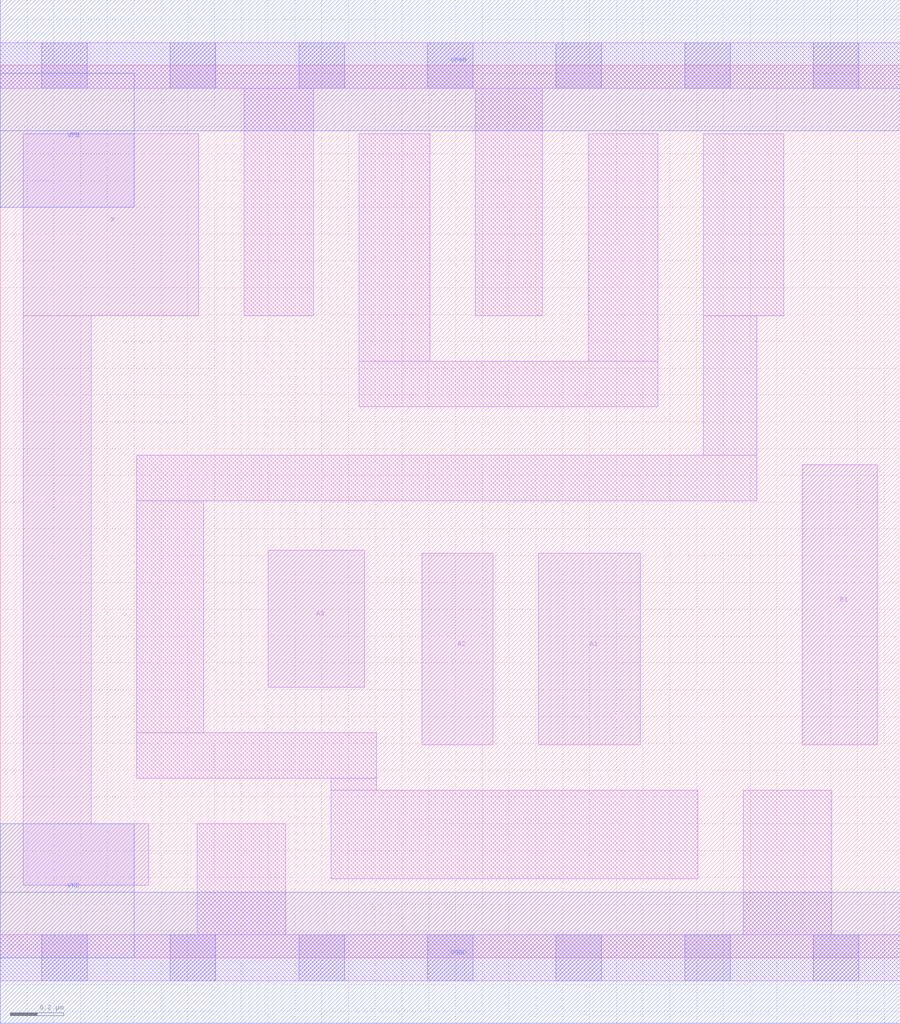
<source format=lef>
# Copyright 2020 The SkyWater PDK Authors
#
# Licensed under the Apache License, Version 2.0 (the "License");
# you may not use this file except in compliance with the License.
# You may obtain a copy of the License at
#
#     https://www.apache.org/licenses/LICENSE-2.0
#
# Unless required by applicable law or agreed to in writing, software
# distributed under the License is distributed on an "AS IS" BASIS,
# WITHOUT WARRANTIES OR CONDITIONS OF ANY KIND, either express or implied.
# See the License for the specific language governing permissions and
# limitations under the License.
#
# SPDX-License-Identifier: Apache-2.0

VERSION 5.5 ;
NAMESCASESENSITIVE ON ;
BUSBITCHARS "[]" ;
DIVIDERCHAR "/" ;
MACRO sky130_fd_sc_lp__a31o_0
  CLASS CORE ;
  SOURCE USER ;
  ORIGIN  0.000000  0.000000 ;
  SIZE  3.360000 BY  3.330000 ;
  SYMMETRY X Y R90 ;
  SITE unit ;
  PIN A1
    ANTENNAGATEAREA  0.159000 ;
    DIRECTION INPUT ;
    USE SIGNAL ;
    PORT
      LAYER li1 ;
        RECT 2.010000 0.795000 2.390000 1.510000 ;
    END
  END A1
  PIN A2
    ANTENNAGATEAREA  0.159000 ;
    DIRECTION INPUT ;
    USE SIGNAL ;
    PORT
      LAYER li1 ;
        RECT 1.575000 0.795000 1.840000 1.510000 ;
    END
  END A2
  PIN A3
    ANTENNAGATEAREA  0.159000 ;
    DIRECTION INPUT ;
    USE SIGNAL ;
    PORT
      LAYER li1 ;
        RECT 1.000000 1.010000 1.360000 1.520000 ;
    END
  END A3
  PIN B1
    ANTENNAGATEAREA  0.159000 ;
    DIRECTION INPUT ;
    USE SIGNAL ;
    PORT
      LAYER li1 ;
        RECT 2.995000 0.795000 3.275000 1.840000 ;
    END
  END B1
  PIN X
    ANTENNADIFFAREA  0.289300 ;
    DIRECTION OUTPUT ;
    USE SIGNAL ;
    PORT
      LAYER li1 ;
        RECT 0.085000 0.270000 0.555000 0.500000 ;
        RECT 0.085000 0.500000 0.340000 2.395000 ;
        RECT 0.085000 2.395000 0.740000 3.075000 ;
    END
  END X
  PIN VGND
    DIRECTION INOUT ;
    USE GROUND ;
    PORT
      LAYER met1 ;
        RECT 0.000000 -0.245000 3.360000 0.245000 ;
    END
  END VGND
  PIN VNB
    DIRECTION INOUT ;
    USE GROUND ;
    PORT
      LAYER met1 ;
        RECT 0.000000 0.000000 0.500000 0.500000 ;
    END
  END VNB
  PIN VPB
    DIRECTION INOUT ;
    USE POWER ;
    PORT
      LAYER met1 ;
        RECT 0.000000 2.800000 0.500000 3.300000 ;
    END
  END VPB
  PIN VPWR
    DIRECTION INOUT ;
    USE POWER ;
    PORT
      LAYER met1 ;
        RECT 0.000000 3.085000 3.360000 3.575000 ;
    END
  END VPWR
  OBS
    LAYER li1 ;
      RECT 0.000000 -0.085000 3.360000 0.085000 ;
      RECT 0.000000  3.245000 3.360000 3.415000 ;
      RECT 0.510000  0.670000 1.405000 0.840000 ;
      RECT 0.510000  0.840000 0.760000 1.705000 ;
      RECT 0.510000  1.705000 2.825000 1.875000 ;
      RECT 0.735000  0.085000 1.065000 0.500000 ;
      RECT 0.910000  2.395000 1.170000 3.245000 ;
      RECT 1.235000  0.295000 2.605000 0.625000 ;
      RECT 1.235000  0.625000 1.405000 0.670000 ;
      RECT 1.340000  2.055000 2.455000 2.225000 ;
      RECT 1.340000  2.225000 1.605000 3.075000 ;
      RECT 1.775000  2.395000 2.025000 3.245000 ;
      RECT 2.195000  2.225000 2.455000 3.075000 ;
      RECT 2.625000  1.875000 2.825000 2.395000 ;
      RECT 2.625000  2.395000 2.925000 3.075000 ;
      RECT 2.775000  0.085000 3.105000 0.625000 ;
    LAYER mcon ;
      RECT 0.155000 -0.085000 0.325000 0.085000 ;
      RECT 0.155000  3.245000 0.325000 3.415000 ;
      RECT 0.635000 -0.085000 0.805000 0.085000 ;
      RECT 0.635000  3.245000 0.805000 3.415000 ;
      RECT 1.115000 -0.085000 1.285000 0.085000 ;
      RECT 1.115000  3.245000 1.285000 3.415000 ;
      RECT 1.595000 -0.085000 1.765000 0.085000 ;
      RECT 1.595000  3.245000 1.765000 3.415000 ;
      RECT 2.075000 -0.085000 2.245000 0.085000 ;
      RECT 2.075000  3.245000 2.245000 3.415000 ;
      RECT 2.555000 -0.085000 2.725000 0.085000 ;
      RECT 2.555000  3.245000 2.725000 3.415000 ;
      RECT 3.035000 -0.085000 3.205000 0.085000 ;
      RECT 3.035000  3.245000 3.205000 3.415000 ;
  END
END sky130_fd_sc_lp__a31o_0

</source>
